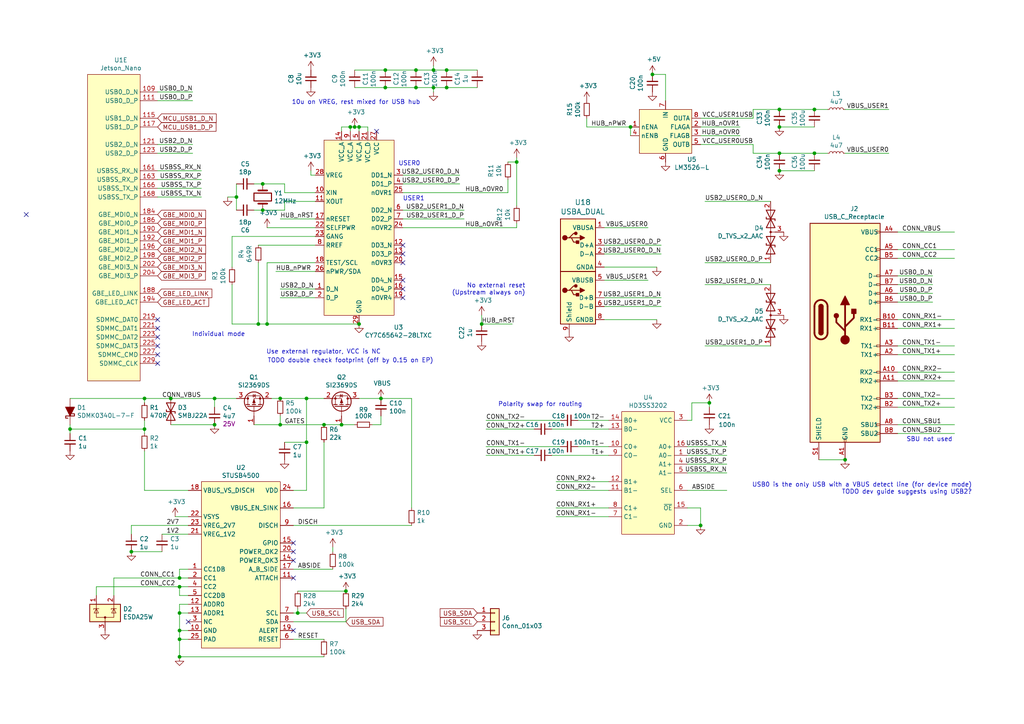
<source format=kicad_sch>
(kicad_sch (version 20200714) (host eeschema "5.99.0-unknown-6296b4e~102~ubuntu18.04.1")
  (page 4 6)
  (paper "A4")
  (junction (at 20.32 124.46))
  (junction (at 38.1 160.02))
  (junction (at 41.91 115.57))
  (junction (at 41.91 124.46))
  (junction (at 49.53 115.57))
  (junction (at 52.07 167.64))
  (junction (at 52.07 170.18))
  (junction (at 52.07 177.8))
  (junction (at 52.07 182.88))
  (junction (at 52.07 185.42))
  (junction (at 52.07 190.5))
  (junction (at 62.23 115.57))
  (junction (at 62.23 123.19))
  (junction (at 68.58 57.15))
  (junction (at 74.93 93.98))
  (junction (at 76.2 53.34))
  (junction (at 76.2 60.96))
  (junction (at 77.47 93.98))
  (junction (at 81.28 115.57))
  (junction (at 81.28 123.19))
  (junction (at 86.36 177.8))
  (junction (at 88.9 115.57))
  (junction (at 88.9 128.27))
  (junction (at 93.98 123.19))
  (junction (at 99.06 123.19))
  (junction (at 100.33 171.45))
  (junction (at 101.6 36.83))
  (junction (at 102.87 36.83))
  (junction (at 104.14 36.83))
  (junction (at 104.14 93.98))
  (junction (at 110.49 115.57))
  (junction (at 111.76 20.32))
  (junction (at 111.76 25.4))
  (junction (at 120.65 20.32))
  (junction (at 120.65 25.4))
  (junction (at 125.73 20.32))
  (junction (at 125.73 25.4))
  (junction (at 129.54 20.32))
  (junction (at 129.54 25.4))
  (junction (at 139.7 93.98))
  (junction (at 149.86 46.99))
  (junction (at 182.88 36.83))
  (junction (at 189.23 21.59))
  (junction (at 203.2 152.4))
  (junction (at 205.74 116.84))
  (junction (at 226.06 31.75))
  (junction (at 226.06 36.83))
  (junction (at 226.06 44.45))
  (junction (at 226.06 49.53))
  (junction (at 236.22 31.75))
  (junction (at 236.22 44.45))
  (junction (at 245.11 133.35))
  (no_connect (at 45.72 97.79))
  (no_connect (at 85.09 167.64))
  (no_connect (at 109.22 38.1))
  (no_connect (at 85.09 162.56))
  (no_connect (at 85.09 157.48))
  (no_connect (at 116.84 83.82))
  (no_connect (at 116.84 81.28))
  (no_connect (at 45.72 92.71))
  (no_connect (at 45.72 102.87))
  (no_connect (at 116.84 76.2))
  (no_connect (at 116.84 73.66))
  (no_connect (at 45.72 105.41))
  (no_connect (at 116.84 71.12))
  (no_connect (at 54.61 180.34))
  (no_connect (at 116.84 86.36))
  (no_connect (at 85.09 160.02))
  (no_connect (at 45.72 95.25))
  (no_connect (at 85.09 182.88))
  (no_connect (at 7.62 62.23))
  (no_connect (at 45.72 100.33))
  (wire (pts (xy 20.32 123.19) (xy 20.32 124.46)))
  (wire (pts (xy 20.32 124.46) (xy 20.32 125.73)))
  (wire (pts (xy 27.94 170.18) (xy 27.94 172.72)))
  (wire (pts (xy 33.02 167.64) (xy 33.02 172.72)))
  (wire (pts (xy 33.02 167.64) (xy 52.07 167.64)))
  (wire (pts (xy 38.1 152.4) (xy 38.1 154.94)))
  (wire (pts (xy 41.91 115.57) (xy 20.32 115.57)))
  (wire (pts (xy 41.91 115.57) (xy 41.91 116.84)))
  (wire (pts (xy 41.91 121.92) (xy 41.91 124.46)))
  (wire (pts (xy 41.91 124.46) (xy 20.32 124.46)))
  (wire (pts (xy 41.91 124.46) (xy 41.91 125.73)))
  (wire (pts (xy 41.91 130.81) (xy 41.91 142.24)))
  (wire (pts (xy 41.91 142.24) (xy 54.61 142.24)))
  (wire (pts (xy 45.72 26.67) (xy 55.88 26.67)))
  (wire (pts (xy 45.72 29.21) (xy 55.88 29.21)))
  (wire (pts (xy 45.72 41.91) (xy 55.88 41.91)))
  (wire (pts (xy 45.72 44.45) (xy 55.88 44.45)))
  (wire (pts (xy 45.72 49.53) (xy 58.42 49.53)))
  (wire (pts (xy 45.72 52.07) (xy 58.42 52.07)))
  (wire (pts (xy 45.72 54.61) (xy 58.42 54.61)))
  (wire (pts (xy 45.72 57.15) (xy 58.42 57.15)))
  (wire (pts (xy 46.99 160.02) (xy 38.1 160.02)))
  (wire (pts (xy 49.53 115.57) (xy 41.91 115.57)))
  (wire (pts (xy 49.53 115.57) (xy 62.23 115.57)))
  (wire (pts (xy 49.53 123.19) (xy 62.23 123.19)))
  (wire (pts (xy 50.8 149.86) (xy 54.61 149.86)))
  (wire (pts (xy 52.07 165.1) (xy 52.07 167.64)))
  (wire (pts (xy 52.07 167.64) (xy 54.61 167.64)))
  (wire (pts (xy 52.07 170.18) (xy 27.94 170.18)))
  (wire (pts (xy 52.07 170.18) (xy 52.07 172.72)))
  (wire (pts (xy 52.07 172.72) (xy 54.61 172.72)))
  (wire (pts (xy 52.07 175.26) (xy 52.07 177.8)))
  (wire (pts (xy 52.07 177.8) (xy 52.07 182.88)))
  (wire (pts (xy 52.07 182.88) (xy 52.07 185.42)))
  (wire (pts (xy 52.07 185.42) (xy 52.07 190.5)))
  (wire (pts (xy 52.07 190.5) (xy 93.98 190.5)))
  (wire (pts (xy 54.61 152.4) (xy 38.1 152.4)))
  (wire (pts (xy 54.61 154.94) (xy 46.99 154.94)))
  (wire (pts (xy 54.61 165.1) (xy 52.07 165.1)))
  (wire (pts (xy 54.61 170.18) (xy 52.07 170.18)))
  (wire (pts (xy 54.61 175.26) (xy 52.07 175.26)))
  (wire (pts (xy 54.61 177.8) (xy 52.07 177.8)))
  (wire (pts (xy 54.61 182.88) (xy 52.07 182.88)))
  (wire (pts (xy 54.61 185.42) (xy 52.07 185.42)))
  (wire (pts (xy 62.23 115.57) (xy 68.58 115.57)))
  (wire (pts (xy 62.23 118.11) (xy 62.23 115.57)))
  (wire (pts (xy 66.04 57.15) (xy 68.58 57.15)))
  (wire (pts (xy 67.31 68.58) (xy 67.31 77.47)))
  (wire (pts (xy 67.31 82.55) (xy 67.31 93.98)))
  (wire (pts (xy 67.31 93.98) (xy 74.93 93.98)))
  (wire (pts (xy 68.58 53.34) (xy 68.58 57.15)))
  (wire (pts (xy 68.58 57.15) (xy 68.58 60.96)))
  (wire (pts (xy 73.66 53.34) (xy 76.2 53.34)))
  (wire (pts (xy 73.66 60.96) (xy 76.2 60.96)))
  (wire (pts (xy 73.66 123.19) (xy 81.28 123.19)))
  (wire (pts (xy 74.93 71.12) (xy 91.44 71.12)))
  (wire (pts (xy 74.93 76.2) (xy 74.93 93.98)))
  (wire (pts (xy 74.93 93.98) (xy 77.47 93.98)))
  (wire (pts (xy 77.47 66.04) (xy 91.44 66.04)))
  (wire (pts (xy 77.47 76.2) (xy 77.47 93.98)))
  (wire (pts (xy 78.74 115.57) (xy 81.28 115.57)))
  (wire (pts (xy 80.01 78.74) (xy 91.44 78.74)))
  (wire (pts (xy 81.28 63.5) (xy 91.44 63.5)))
  (wire (pts (xy 81.28 83.82) (xy 91.44 83.82)))
  (wire (pts (xy 81.28 86.36) (xy 91.44 86.36)))
  (wire (pts (xy 81.28 115.57) (xy 88.9 115.57)))
  (wire (pts (xy 81.28 123.19) (xy 81.28 120.65)))
  (wire (pts (xy 81.28 123.19) (xy 93.98 123.19)))
  (wire (pts (xy 82.55 53.34) (xy 76.2 53.34)))
  (wire (pts (xy 82.55 55.88) (xy 82.55 53.34)))
  (wire (pts (xy 82.55 58.42) (xy 82.55 60.96)))
  (wire (pts (xy 82.55 60.96) (xy 76.2 60.96)))
  (wire (pts (xy 82.55 128.27) (xy 88.9 128.27)))
  (wire (pts (xy 85.09 142.24) (xy 88.9 142.24)))
  (wire (pts (xy 85.09 147.32) (xy 93.98 147.32)))
  (wire (pts (xy 85.09 165.1) (xy 96.52 165.1)))
  (wire (pts (xy 85.09 177.8) (xy 86.36 177.8)))
  (wire (pts (xy 85.09 180.34) (xy 100.33 180.34)))
  (wire (pts (xy 86.36 171.45) (xy 100.33 171.45)))
  (wire (pts (xy 86.36 177.8) (xy 86.36 176.53)))
  (wire (pts (xy 86.36 177.8) (xy 88.9 177.8)))
  (wire (pts (xy 88.9 115.57) (xy 93.98 115.57)))
  (wire (pts (xy 88.9 128.27) (xy 88.9 115.57)))
  (wire (pts (xy 88.9 142.24) (xy 88.9 128.27)))
  (wire (pts (xy 90.17 50.8) (xy 90.17 49.53)))
  (wire (pts (xy 91.44 50.8) (xy 90.17 50.8)))
  (wire (pts (xy 91.44 55.88) (xy 82.55 55.88)))
  (wire (pts (xy 91.44 58.42) (xy 82.55 58.42)))
  (wire (pts (xy 91.44 68.58) (xy 67.31 68.58)))
  (wire (pts (xy 91.44 76.2) (xy 77.47 76.2)))
  (wire (pts (xy 93.98 123.19) (xy 99.06 123.19)))
  (wire (pts (xy 93.98 147.32) (xy 93.98 128.27)))
  (wire (pts (xy 93.98 185.42) (xy 85.09 185.42)))
  (wire (pts (xy 96.52 160.02) (xy 96.52 158.75)))
  (wire (pts (xy 99.06 36.83) (xy 99.06 38.1)))
  (wire (pts (xy 99.06 123.19) (xy 102.87 123.19)))
  (wire (pts (xy 100.33 180.34) (xy 100.33 176.53)))
  (wire (pts (xy 101.6 36.83) (xy 99.06 36.83)))
  (wire (pts (xy 101.6 36.83) (xy 101.6 38.1)))
  (wire (pts (xy 102.87 20.32) (xy 111.76 20.32)))
  (wire (pts (xy 102.87 25.4) (xy 111.76 25.4)))
  (wire (pts (xy 102.87 36.83) (xy 101.6 36.83)))
  (wire (pts (xy 104.14 36.83) (xy 102.87 36.83)))
  (wire (pts (xy 104.14 36.83) (xy 106.68 36.83)))
  (wire (pts (xy 104.14 38.1) (xy 104.14 36.83)))
  (wire (pts (xy 104.14 93.98) (xy 77.47 93.98)))
  (wire (pts (xy 106.68 36.83) (xy 106.68 38.1)))
  (wire (pts (xy 107.95 123.19) (xy 110.49 123.19)))
  (wire (pts (xy 110.49 115.57) (xy 104.14 115.57)))
  (wire (pts (xy 110.49 115.57) (xy 119.38 115.57)))
  (wire (pts (xy 110.49 123.19) (xy 110.49 120.65)))
  (wire (pts (xy 111.76 20.32) (xy 120.65 20.32)))
  (wire (pts (xy 111.76 25.4) (xy 120.65 25.4)))
  (wire (pts (xy 116.84 50.8) (xy 133.35 50.8)))
  (wire (pts (xy 116.84 53.34) (xy 133.35 53.34)))
  (wire (pts (xy 116.84 55.88) (xy 147.32 55.88)))
  (wire (pts (xy 116.84 60.96) (xy 134.62 60.96)))
  (wire (pts (xy 116.84 63.5) (xy 134.62 63.5)))
  (wire (pts (xy 116.84 66.04) (xy 149.86 66.04)))
  (wire (pts (xy 119.38 115.57) (xy 119.38 147.32)))
  (wire (pts (xy 119.38 152.4) (xy 85.09 152.4)))
  (wire (pts (xy 120.65 20.32) (xy 125.73 20.32)))
  (wire (pts (xy 120.65 25.4) (xy 125.73 25.4)))
  (wire (pts (xy 125.73 19.05) (xy 125.73 20.32)))
  (wire (pts (xy 125.73 20.32) (xy 129.54 20.32)))
  (wire (pts (xy 125.73 25.4) (xy 125.73 26.67)))
  (wire (pts (xy 125.73 25.4) (xy 129.54 25.4)))
  (wire (pts (xy 129.54 20.32) (xy 138.43 20.32)))
  (wire (pts (xy 129.54 25.4) (xy 138.43 25.4)))
  (wire (pts (xy 139.7 91.44) (xy 139.7 93.98)))
  (wire (pts (xy 139.7 93.98) (xy 148.59 93.98)))
  (wire (pts (xy 140.97 132.08) (xy 154.94 132.08)))
  (wire (pts (xy 147.32 55.88) (xy 147.32 52.07)))
  (wire (pts (xy 149.86 45.72) (xy 149.86 46.99)))
  (wire (pts (xy 149.86 46.99) (xy 147.32 46.99)))
  (wire (pts (xy 149.86 59.69) (xy 149.86 46.99)))
  (wire (pts (xy 149.86 64.77) (xy 149.86 66.04)))
  (wire (pts (xy 154.94 124.46) (xy 140.97 124.46)))
  (wire (pts (xy 160.02 124.46) (xy 176.53 124.46)))
  (wire (pts (xy 160.02 132.08) (xy 176.53 132.08)))
  (wire (pts (xy 162.56 121.92) (xy 140.97 121.92)))
  (wire (pts (xy 162.56 129.54) (xy 140.97 129.54)))
  (wire (pts (xy 167.64 121.92) (xy 176.53 121.92)))
  (wire (pts (xy 167.64 129.54) (xy 176.53 129.54)))
  (wire (pts (xy 170.18 36.83) (xy 170.18 34.29)))
  (wire (pts (xy 170.18 36.83) (xy 182.88 36.83)))
  (wire (pts (xy 175.26 66.04) (xy 187.96 66.04)))
  (wire (pts (xy 175.26 71.12) (xy 191.77 71.12)))
  (wire (pts (xy 175.26 73.66) (xy 191.77 73.66)))
  (wire (pts (xy 175.26 77.47) (xy 190.5 77.47)))
  (wire (pts (xy 175.26 81.28) (xy 187.96 81.28)))
  (wire (pts (xy 175.26 86.36) (xy 191.77 86.36)))
  (wire (pts (xy 175.26 88.9) (xy 191.77 88.9)))
  (wire (pts (xy 175.26 92.71) (xy 190.5 92.71)))
  (wire (pts (xy 176.53 139.7) (xy 161.29 139.7)))
  (wire (pts (xy 176.53 142.24) (xy 161.29 142.24)))
  (wire (pts (xy 176.53 147.32) (xy 161.29 147.32)))
  (wire (pts (xy 176.53 149.86) (xy 161.29 149.86)))
  (wire (pts (xy 182.88 36.83) (xy 182.88 39.37)))
  (wire (pts (xy 189.23 21.59) (xy 193.04 21.59)))
  (wire (pts (xy 193.04 21.59) (xy 193.04 29.21)))
  (wire (pts (xy 199.39 121.92) (xy 200.66 121.92)))
  (wire (pts (xy 199.39 129.54) (xy 210.82 129.54)))
  (wire (pts (xy 199.39 132.08) (xy 210.82 132.08)))
  (wire (pts (xy 199.39 134.62) (xy 210.82 134.62)))
  (wire (pts (xy 199.39 137.16) (xy 210.82 137.16)))
  (wire (pts (xy 199.39 142.24) (xy 210.82 142.24)))
  (wire (pts (xy 199.39 147.32) (xy 203.2 147.32)))
  (wire (pts (xy 200.66 116.84) (xy 205.74 116.84)))
  (wire (pts (xy 200.66 121.92) (xy 200.66 116.84)))
  (wire (pts (xy 203.2 34.29) (xy 218.44 34.29)))
  (wire (pts (xy 203.2 36.83) (xy 214.63 36.83)))
  (wire (pts (xy 203.2 39.37) (xy 214.63 39.37)))
  (wire (pts (xy 203.2 41.91) (xy 218.44 41.91)))
  (wire (pts (xy 203.2 147.32) (xy 203.2 152.4)))
  (wire (pts (xy 203.2 152.4) (xy 199.39 152.4)))
  (wire (pts (xy 204.47 58.42) (xy 223.52 58.42)))
  (wire (pts (xy 204.47 76.2) (xy 223.52 76.2)))
  (wire (pts (xy 204.47 82.55) (xy 223.52 82.55)))
  (wire (pts (xy 204.47 100.33) (xy 223.52 100.33)))
  (wire (pts (xy 205.74 118.11) (xy 205.74 116.84)))
  (wire (pts (xy 218.44 31.75) (xy 226.06 31.75)))
  (wire (pts (xy 218.44 34.29) (xy 218.44 31.75)))
  (wire (pts (xy 218.44 41.91) (xy 218.44 44.45)))
  (wire (pts (xy 218.44 44.45) (xy 226.06 44.45)))
  (wire (pts (xy 226.06 31.75) (xy 236.22 31.75)))
  (wire (pts (xy 226.06 36.83) (xy 236.22 36.83)))
  (wire (pts (xy 226.06 44.45) (xy 236.22 44.45)))
  (wire (pts (xy 226.06 49.53) (xy 236.22 49.53)))
  (wire (pts (xy 236.22 31.75) (xy 240.03 31.75)))
  (wire (pts (xy 236.22 44.45) (xy 240.03 44.45)))
  (wire (pts (xy 237.49 133.35) (xy 245.11 133.35)))
  (wire (pts (xy 245.11 31.75) (xy 257.81 31.75)))
  (wire (pts (xy 245.11 44.45) (xy 257.81 44.45)))
  (wire (pts (xy 260.35 67.31) (xy 276.86 67.31)))
  (wire (pts (xy 260.35 72.39) (xy 276.86 72.39)))
  (wire (pts (xy 260.35 74.93) (xy 276.86 74.93)))
  (wire (pts (xy 260.35 80.01) (xy 270.51 80.01)))
  (wire (pts (xy 260.35 82.55) (xy 270.51 82.55)))
  (wire (pts (xy 260.35 85.09) (xy 270.51 85.09)))
  (wire (pts (xy 260.35 87.63) (xy 270.51 87.63)))
  (wire (pts (xy 260.35 92.71) (xy 276.86 92.71)))
  (wire (pts (xy 260.35 95.25) (xy 276.86 95.25)))
  (wire (pts (xy 260.35 100.33) (xy 276.86 100.33)))
  (wire (pts (xy 260.35 102.87) (xy 276.86 102.87)))
  (wire (pts (xy 260.35 107.95) (xy 276.86 107.95)))
  (wire (pts (xy 260.35 110.49) (xy 276.86 110.49)))
  (wire (pts (xy 260.35 115.57) (xy 276.86 115.57)))
  (wire (pts (xy 260.35 118.11) (xy 276.86 118.11)))
  (wire (pts (xy 260.35 123.19) (xy 276.86 123.19)))
  (wire (pts (xy 260.35 125.73) (xy 276.86 125.73)))
  (text "Individual mode" (at 71.12 97.79 180) (effects (font (size 1.27 1.27)) (justify right bottom)))
  (text "Use external regulator, VCC is NC" (at 110.49 102.87 180) (effects (font (size 1.27 1.27)) (justify right bottom)))
  (text "10u on VREG, rest mixed for USB hub" (at 121.92 30.48 180) (effects (font (size 1.27 1.27)) (justify right bottom)))
  (text "USER0" (at 121.92 48.26 180) (effects (font (size 1.27 1.27)) (justify right bottom)))
  (text "USER1" (at 123.19 58.42 180) (effects (font (size 1.27 1.27)) (justify right bottom)))
  (text "TODO double check footprint (off by 0.15 on EP)" (at 125.73 105.41 180) (effects (font (size 1.27 1.27)) (justify right bottom)))
  (text "No external reset\n(Upstream always on)" (at 152.4 85.725 180) (effects (font (size 1.27 1.27)) (justify right bottom)))
  (text "Polarity swap for routing" (at 168.91 118.11 180) (effects (font (size 1.27 1.27)) (justify right bottom)))
  (text "SBU not used" (at 262.89 128.27 0) (effects (font (size 1.27 1.27)) (justify left bottom)))
  (text "USB0 is the only USB with a VBUS detect line (for device mode)\nTODO dev guide suggests using USB2?" (at 281.94 143.51 0) (effects (font (size 1.27 1.27)) (justify right bottom)))
  (label "CONN_CC1" (at 40.64 167.64 0))
  (label "CONN_CC2" (at 40.64 170.18 0))
  (label "CONN_VBUS" (at 46.99 115.57 0))
  (label "2V7" (at 48.26 152.4 0))
  (label "1V2" (at 48.26 154.94 0))
  (label "USB0_D_N" (at 55.88 26.67 180))
  (label "USB0_D_P" (at 55.88 29.21 180))
  (label "USB2_D_N" (at 55.88 41.91 180))
  (label "USB2_D_P" (at 55.88 44.45 180))
  (label "USBSS_RX_N" (at 58.42 49.53 180))
  (label "USBSS_RX_P" (at 58.42 52.07 180))
  (label "USBSS_TX_P" (at 58.42 54.61 180))
  (label "USBSS_TX_N" (at 58.42 57.15 180))
  (label "HUB_nPWR" (at 80.01 78.74 0))
  (label "HUB_nRST" (at 81.28 63.5 0))
  (label "USB2_D_N" (at 81.28 83.82 0))
  (label "USB2_D_P" (at 81.28 86.36 0))
  (label "GATES" (at 82.55 123.19 0))
  (label "DISCH" (at 86.36 152.4 0))
  (label "ABSIDE" (at 86.36 165.1 0))
  (label "RESET" (at 86.36 185.42 0))
  (label "USB2_USER0_D_N" (at 133.35 50.8 180))
  (label "USB2_USER0_D_P" (at 133.35 53.34 180))
  (label "USB2_USER1_D_N" (at 134.62 60.96 180))
  (label "USB2_USER1_D_P" (at 134.62 63.5 180))
  (label "HUB_nRST" (at 139.7 93.98 0))
  (label "CONN_TX2-" (at 140.97 121.92 0))
  (label "CONN_TX2+" (at 140.97 124.46 0))
  (label "CONN_TX1-" (at 140.97 129.54 0))
  (label "CONN_TX1+" (at 140.97 132.08 0))
  (label "HUB_nOVR0" (at 146.05 55.88 180))
  (label "HUB_nOVR1" (at 146.05 66.04 180))
  (label "CONN_RX2+" (at 161.29 139.7 0))
  (label "CONN_RX2-" (at 161.29 142.24 0))
  (label "CONN_RX1+" (at 161.29 147.32 0))
  (label "CONN_RX1-" (at 161.29 149.86 0))
  (label "HUB_nPWR" (at 171.45 36.83 0))
  (label "T2-" (at 171.45 121.92 0))
  (label "T2+" (at 171.45 124.46 0))
  (label "T1-" (at 171.45 129.54 0))
  (label "T1+" (at 171.45 132.08 0))
  (label "VBUS_USER0" (at 187.96 66.04 180))
  (label "VBUS_USER1" (at 187.96 81.28 180))
  (label "USB2_USER0_D_P" (at 191.77 71.12 180))
  (label "USB2_USER0_D_N" (at 191.77 73.66 180))
  (label "USB2_USER1_D_N" (at 191.77 86.36 180))
  (label "USB2_USER1_D_P" (at 191.77 88.9 180))
  (label "ABSIDE" (at 200.66 142.24 0))
  (label "USB2_USER0_D_N" (at 204.47 58.42 0))
  (label "USB2_USER0_D_P" (at 204.47 76.2 0))
  (label "USB2_USER1_D_N" (at 204.47 82.55 0))
  (label "USB2_USER1_D_P" (at 204.47 100.33 0))
  (label "USBSS_TX_N" (at 210.82 129.54 180))
  (label "USBSS_TX_P" (at 210.82 132.08 180))
  (label "USBSS_RX_P" (at 210.82 134.62 180))
  (label "USBSS_RX_N" (at 210.82 137.16 180))
  (label "HUB_nOVR1" (at 214.63 36.83 180))
  (label "HUB_nOVR0" (at 214.63 39.37 180))
  (label "VCC_USER1USB" (at 218.44 34.29 180))
  (label "VCC_USER0USB" (at 218.44 41.91 180))
  (label "VBUS_USER1" (at 257.81 31.75 180))
  (label "VBUS_USER0" (at 257.81 44.45 180))
  (label "CONN_VBUS" (at 261.62 67.31 0))
  (label "CONN_CC1" (at 261.62 72.39 0))
  (label "CONN_CC2" (at 261.62 74.93 0))
  (label "CONN_RX1-" (at 261.62 92.71 0))
  (label "CONN_RX1+" (at 261.62 95.25 0))
  (label "CONN_TX1-" (at 261.62 100.33 0))
  (label "CONN_TX1+" (at 261.62 102.87 0))
  (label "CONN_RX2-" (at 261.62 107.95 0))
  (label "CONN_RX2+" (at 261.62 110.49 0))
  (label "CONN_TX2-" (at 261.62 115.57 0))
  (label "CONN_TX2+" (at 261.62 118.11 0))
  (label "CONN_SBU1" (at 261.62 123.19 0))
  (label "CONN_SBU2" (at 261.62 125.73 0))
  (label "USB0_D_N" (at 270.51 80.01 180))
  (label "USB0_D_N" (at 270.51 82.55 180))
  (label "USB0_D_P" (at 270.51 85.09 180))
  (label "USB0_D_P" (at 270.51 87.63 180))
  (global_label "MCU_USB1_D_N" (shape input) (at 45.72 34.29 0))
  (global_label "MCU_USB1_D_P" (shape input) (at 45.72 36.83 0))
  (global_label "GBE_MDI0_N" (shape input) (at 45.72 62.23 0))
  (global_label "GBE_MDI0_P" (shape input) (at 45.72 64.77 0))
  (global_label "GBE_MDI1_N" (shape input) (at 45.72 67.31 0))
  (global_label "GBE_MDI1_P" (shape input) (at 45.72 69.85 0))
  (global_label "GBE_MDI2_N" (shape input) (at 45.72 72.39 0))
  (global_label "GBE_MDI2_P" (shape input) (at 45.72 74.93 0))
  (global_label "GBE_MDI3_N" (shape input) (at 45.72 77.47 0))
  (global_label "GBE_MDI3_P" (shape input) (at 45.72 80.01 0))
  (global_label "GBE_LED_LINK" (shape input) (at 45.72 85.09 0))
  (global_label "GBE_LED_ACT" (shape input) (at 45.72 87.63 0))
  (global_label "USB_SCL" (shape input) (at 88.9 177.8 0))
  (global_label "USB_SDA" (shape input) (at 100.33 180.34 0))
  (global_label "USB_SDA" (shape input) (at 138.43 177.8 180))
  (global_label "USB_SCL" (shape input) (at 138.43 180.34 180))
  (symbol (lib_name "Device:L_Small_1") (lib_id "Device:L_Small") (at 242.57 31.75 90) (unit 1)
    (property "Reference" "L3" (at 242.57 27.1526 90))
    (property "Value" "4u7" (at 242.57 29.464 90))
    (property "Footprint" "Inductor_SMD:L_0805_2012Metric" (effects hide))
    (property "D1N" "Digikey" (effects hide))
    (property "D1PN" "490-12073-1-ND" (effects hide))
    (property "MFN" "Murata" (effects hide))
    (property "MPN" "LQM2MPN4R7MG0L" (effects hide))
  )
  (symbol (lib_id "Device:L_Small") (at 242.57 44.45 90) (unit 1)
    (property "Reference" "L4" (at 242.57 39.8526 90))
    (property "Value" "4u7" (at 242.57 42.164 90))
    (property "Footprint" "Inductor_SMD:L_0805_2012Metric" (effects hide))
    (property "D1N" "Digikey" (effects hide))
    (property "D1PN" "490-12073-1-ND" (effects hide))
    (property "MFN" "Murata" (effects hide))
    (property "MPN" "LQM2MPN4R7MG0L" (effects hide))
  )
  (symbol (lib_id "power:+3.3V") (at 50.8 149.86 0) (unit 1)
    (property "Reference" "#PWR0104" (effects hide))
    (property "Value" "+3.3V" (at 51.181 145.542 0))
  )
  (symbol (lib_id "power:+3.3V") (at 77.47 66.04 0) (unit 1)
    (property "Reference" "#PWR0115" (effects hide))
    (property "Value" "+3.3V" (at 77.851 61.722 0))
  )
  (symbol (lib_id "power:+3.3V") (at 90.17 20.32 0) (unit 1)
    (property "Reference" "#PWR0113" (effects hide))
    (property "Value" "+3.3V" (at 90.551 16.002 0))
  )
  (symbol (lib_id "power:+3.3V") (at 90.17 49.53 0) (unit 1)
    (property "Reference" "#PWR0111" (effects hide))
    (property "Value" "+3.3V" (at 90.551 45.212 0))
  )
  (symbol (lib_id "power:+3.3V") (at 96.52 158.75 0) (unit 1)
    (property "Reference" "#PWR0117" (effects hide))
    (property "Value" "+3.3V" (at 96.901 154.432 0))
  )
  (symbol (lib_id "power:+3.3V") (at 100.33 171.45 0) (unit 1)
    (property "Reference" "#PWR0233" (effects hide))
    (property "Value" "+3.3V" (at 100.711 167.132 0))
  )
  (symbol (lib_id "power:+3.3V") (at 102.87 36.83 0) (unit 1)
    (property "Reference" "#PWR0107" (effects hide))
    (property "Value" "+3.3V" (at 103.251 32.512 0))
  )
  (symbol (lib_id "power:VBUS") (at 110.49 115.57 0) (unit 1)
    (property "Reference" "#PWR0108" (effects hide))
    (property "Value" "VBUS" (at 110.871 111.1758 0))
  )
  (symbol (lib_id "power:+3.3V") (at 125.73 19.05 0) (unit 1)
    (property "Reference" "#PWR0112" (effects hide))
    (property "Value" "+3.3V" (at 126.111 14.732 0))
  )
  (symbol (lib_id "power:+3.3V") (at 139.7 91.44 0) (unit 1)
    (property "Reference" "#PWR0123" (effects hide))
    (property "Value" "+3.3V" (at 140.081 87.122 0))
  )
  (symbol (lib_id "power:+3.3V") (at 149.86 45.72 0) (unit 1)
    (property "Reference" "#PWR0119" (effects hide))
    (property "Value" "+3.3V" (at 150.241 41.402 0))
  )
  (symbol (lib_id "power:+3.3V") (at 170.18 29.21 0) (unit 1)
    (property "Reference" "#PWR0120" (effects hide))
    (property "Value" "+3.3V" (at 170.561 24.892 0))
  )
  (symbol (lib_id "power:+5V") (at 189.23 21.59 0) (unit 1)
    (property "Reference" "#PWR0121" (effects hide))
    (property "Value" "+5V" (at 189.611 17.1958 0))
  )
  (symbol (lib_id "power:+3.3V") (at 205.74 116.84 0) (unit 1)
    (property "Reference" "#PWR0127" (effects hide))
    (property "Value" "+3.3V" (at 206.121 112.522 0))
  )
  (symbol (lib_id "power:GND") (at 20.32 130.81 0) (unit 1)
    (property "Reference" "#PWR0254" (effects hide))
    (property "Value" "GND" (effects hide))
  )
  (symbol (lib_id "power:GND") (at 30.48 182.88 0) (unit 1)
    (property "Reference" "#PWR0253" (effects hide))
    (property "Value" "GND" (effects hide))
  )
  (symbol (lib_id "power:GND") (at 38.1 160.02 0) (unit 1)
    (property "Reference" "#PWR0106" (effects hide))
    (property "Value" "GND" (effects hide))
  )
  (symbol (lib_id "power:GND") (at 52.07 190.5 0) (unit 1)
    (property "Reference" "#PWR0103" (effects hide))
    (property "Value" "GND" (effects hide))
  )
  (symbol (lib_id "power:GND") (at 62.23 123.19 0) (unit 1)
    (property "Reference" "#PWR0180" (effects hide))
    (property "Value" "GND" (effects hide))
  )
  (symbol (lib_id "power:GND") (at 66.04 57.15 0) (unit 1)
    (property "Reference" "#PWR0116" (effects hide))
    (property "Value" "GND" (effects hide))
  )
  (symbol (lib_id "power:GND") (at 82.55 133.35 0) (unit 1)
    (property "Reference" "#PWR0109" (effects hide))
    (property "Value" "GND" (effects hide))
  )
  (symbol (lib_id "power:GND") (at 90.17 25.4 0) (unit 1)
    (property "Reference" "#PWR0114" (effects hide))
    (property "Value" "GND" (effects hide))
  )
  (symbol (lib_id "power:GND") (at 104.14 93.98 0) (unit 1)
    (property "Reference" "#PWR0105" (effects hide))
    (property "Value" "GND" (effects hide))
  )
  (symbol (lib_id "power:GND") (at 125.73 26.67 0) (unit 1)
    (property "Reference" "#PWR0118" (effects hide))
    (property "Value" "GND" (effects hide))
  )
  (symbol (lib_id "power:GND") (at 138.43 182.88 0) (unit 1)
    (property "Reference" "#PWR0221" (effects hide))
    (property "Value" "GND" (effects hide))
  )
  (symbol (lib_id "power:GND") (at 139.7 99.06 0) (unit 1)
    (property "Reference" "#PWR0128" (effects hide))
    (property "Value" "GND" (effects hide))
  )
  (symbol (lib_id "power:GND") (at 165.1 96.52 0) (unit 1)
    (property "Reference" "#PWR0204" (effects hide))
    (property "Value" "GND" (effects hide))
  )
  (symbol (lib_id "power:GND") (at 189.23 26.67 0) (unit 1)
    (property "Reference" "#PWR0122" (effects hide))
    (property "Value" "GND" (effects hide))
  )
  (symbol (lib_id "power:GND") (at 190.5 77.47 0) (unit 1)
    (property "Reference" "#PWR0202" (effects hide))
    (property "Value" "GND" (effects hide))
  )
  (symbol (lib_id "power:GND") (at 190.5 92.71 0) (unit 1)
    (property "Reference" "#PWR0201" (effects hide))
    (property "Value" "GND" (effects hide))
  )
  (symbol (lib_id "power:GND") (at 193.04 46.99 0) (unit 1)
    (property "Reference" "#PWR0124" (effects hide))
    (property "Value" "GND" (effects hide))
  )
  (symbol (lib_id "power:GND") (at 203.2 152.4 0) (unit 1)
    (property "Reference" "#PWR0110" (effects hide))
    (property "Value" "GND" (effects hide))
  )
  (symbol (lib_id "power:GND") (at 205.74 123.19 0) (unit 1)
    (property "Reference" "#PWR0250" (effects hide))
    (property "Value" "GND" (effects hide))
  )
  (symbol (lib_id "power:GND") (at 226.06 36.83 0) (unit 1)
    (property "Reference" "#PWR0200" (effects hide))
    (property "Value" "GND" (effects hide))
  )
  (symbol (lib_id "power:GND") (at 226.06 49.53 0) (unit 1)
    (property "Reference" "#PWR0193" (effects hide))
    (property "Value" "GND" (effects hide))
  )
  (symbol (lib_id "power:GND") (at 227.33 67.31 0) (unit 1)
    (property "Reference" "#PWR0205" (effects hide))
    (property "Value" "GND" (effects hide))
  )
  (symbol (lib_id "power:GND") (at 227.33 91.44 0) (unit 1)
    (property "Reference" "#PWR0206" (effects hide))
    (property "Value" "GND" (effects hide))
  )
  (symbol (lib_id "power:GND") (at 245.11 133.35 0) (unit 1)
    (property "Reference" "#PWR0125" (effects hide))
    (property "Value" "GND" (effects hide))
  )
  (symbol (lib_id "Device:R_Small") (at 41.91 119.38 0) (unit 1)
    (property "Reference" "R1" (at 43.4086 118.2116 0) (effects (justify left)))
    (property "Value" "470R" (at 43.4086 120.523 0) (effects (justify left)))
    (property "Footprint" "Resistor_SMD:R_0402_1005Metric" (effects hide))
    (property "D1N" "Digikey" (effects hide))
    (property "D1PN" "P470LCT-ND" (effects hide))
    (property "MFN" "Panasonic" (effects hide))
    (property "MPN" "ERJ-2RKF4700X" (effects hide))
  )
  (symbol (lib_id "Device:R_Small") (at 41.91 128.27 0) (unit 1)
    (property "Reference" "R2" (at 43.4086 127.1016 0) (effects (justify left)))
    (property "Value" "1k" (at 43.4086 129.413 0) (effects (justify left)))
    (property "Footprint" "Resistor_SMD:R_0402_1005Metric" (effects hide))
    (property "D1N" "Digikey" (effects hide))
    (property "D1PN" "P1.00KLCT-ND" (effects hide))
    (property "MFN" "Panasonic" (effects hide))
    (property "MPN" "ERJ-2RKF1001X" (effects hide))
  )
  (symbol (lib_id "Device:R_Small") (at 67.31 80.01 0) (unit 1)
    (property "Reference" "R3" (at 62.357 80.01 90))
    (property "Value" "100k" (at 64.6684 80.01 90))
    (property "Footprint" "Resistor_SMD:R_0402_1005Metric" (effects hide))
    (property "D1N" "Digikey" (effects hide))
    (property "D1PN" "P100KDECT-ND" (effects hide))
    (property "MFN" "Panasonic" (effects hide))
    (property "MPN" "ERA-2AED104X" (effects hide))
  )
  (symbol (lib_id "Device:R_Small") (at 74.93 73.66 0) (unit 1)
    (property "Reference" "R4" (at 69.977 73.66 90))
    (property "Value" "649R" (at 72.2884 73.66 90))
    (property "Footprint" "Resistor_SMD:R_0402_1005Metric" (effects hide))
    (property "D1N" "Digikey" (effects hide))
    (property "D1PN" "P649DCCT-ND" (effects hide))
    (property "MFN" "Panasonic" (effects hide))
    (property "MPN" "ERA-2AEB6490X" (effects hide))
  )
  (symbol (lib_id "Device:R_Small") (at 81.28 118.11 0) (unit 1)
    (property "Reference" "R5" (at 82.7786 116.9416 0) (effects (justify left)))
    (property "Value" "100k" (at 82.7786 119.253 0) (effects (justify left)))
    (property "Footprint" "Resistor_SMD:R_0402_1005Metric" (effects hide))
    (property "D1N" "Digikey" (effects hide))
    (property "D1PN" "P100KDECT-ND" (effects hide))
    (property "MFN" "Panasonic" (effects hide))
    (property "MPN" "ERA-2AED104X" (effects hide))
  )
  (symbol (lib_name "Device:R_Small_1") (lib_id "Device:R_Small") (at 86.36 173.99 0) (unit 1)
    (property "Reference" "R28" (at 87.8586 172.8216 0) (effects (justify left)))
    (property "Value" "2k4" (at 87.8586 175.133 0) (effects (justify left)))
    (property "Footprint" "Resistor_SMD:R_0402_1005Metric" (effects hide))
    (property "D1N" "Digikey" (effects hide))
    (property "D1PN" "P2.4KDECT-ND" (effects hide))
    (property "MFN" "Panasonic" (effects hide))
    (property "MPN" "ERA-2AED242X" (effects hide))
  )
  (symbol (lib_id "Device:R_Small") (at 93.98 125.73 0) (unit 1)
    (property "Reference" "R6" (at 95.4786 124.5616 0) (effects (justify left)))
    (property "Value" "22k" (at 95.4786 126.873 0) (effects (justify left)))
    (property "Footprint" "Resistor_SMD:R_0402_1005Metric" (effects hide))
    (property "D1N" "Digikey" (effects hide))
    (property "D1PN" "P22.0KLCT-ND" (effects hide))
    (property "MFN" "Panasonic" (effects hide))
    (property "MPN" "ERJ-2RKF2202X" (effects hide))
  )
  (symbol (lib_id "Device:R_Small") (at 93.98 187.96 0) (unit 1)
    (property "Reference" "R7" (at 95.4786 186.7916 0) (effects (justify left)))
    (property "Value" "100k" (at 95.4786 189.103 0) (effects (justify left)))
    (property "Footprint" "Resistor_SMD:R_0402_1005Metric" (effects hide))
    (property "D1N" "Digikey" (effects hide))
    (property "D1PN" "P100KDECT-ND" (effects hide))
    (property "MFN" "Panasonic" (effects hide))
    (property "MPN" "ERA-2AED104X" (effects hide))
  )
  (symbol (lib_id "Device:R_Small") (at 96.52 162.56 0) (unit 1)
    (property "Reference" "R8" (at 98.0186 161.3916 0) (effects (justify left)))
    (property "Value" "100k" (at 98.0186 163.703 0) (effects (justify left)))
    (property "Footprint" "Resistor_SMD:R_0402_1005Metric" (effects hide))
    (property "D1N" "Digikey" (effects hide))
    (property "D1PN" "P100KDECT-ND" (effects hide))
    (property "MFN" "Panasonic" (effects hide))
    (property "MPN" "ERA-2AED104X" (effects hide))
  )
  (symbol (lib_name "Device:R_Small_1") (lib_id "Device:R_Small") (at 100.33 173.99 0) (unit 1)
    (property "Reference" "R29" (at 101.8286 172.8216 0) (effects (justify left)))
    (property "Value" "2k4" (at 101.8286 175.133 0) (effects (justify left)))
    (property "Footprint" "Resistor_SMD:R_0402_1005Metric" (effects hide))
    (property "D1N" "Digikey" (effects hide))
    (property "D1PN" "P2.4KDECT-ND" (effects hide))
    (property "MFN" "Panasonic" (effects hide))
    (property "MPN" "ERA-2AED242X" (effects hide))
  )
  (symbol (lib_id "Device:R_Small") (at 105.41 123.19 270) (unit 1)
    (property "Reference" "R9" (at 105.41 118.11 90) (effects (justify top)))
    (property "Value" "100R" (at 105.41 120.65 90))
    (property "Footprint" "Resistor_SMD:R_0402_1005Metric" (effects hide))
    (property "D1N" "Digikey" (effects hide))
    (property "D1PN" "P100DECT-ND" (effects hide))
    (property "MFN" "Panasonic" (effects hide))
    (property "MPN" "ERA-2AED101X" (effects hide))
  )
  (symbol (lib_id "Device:R_Small") (at 119.38 149.86 0) (unit 1)
    (property "Reference" "R10" (at 120.8786 148.6916 0) (effects (justify left)))
    (property "Value" "1k" (at 120.8786 151.003 0) (effects (justify left)))
    (property "Footprint" "Resistor_SMD:R_0603_1608Metric" (effects hide))
    (property "D1N" "Digikey" (effects hide))
    (property "D1PN" "RHM1.0KDCT-ND" (effects hide))
    (property "MFN" "Rohm" (effects hide))
    (property "MPN" "ESR03EZPJ102" (effects hide))
  )
  (symbol (lib_id "Device:R_Small") (at 147.32 49.53 0) (unit 1)
    (property "Reference" "R11" (at 142.367 49.53 90))
    (property "Value" "10k" (at 144.6784 49.53 90))
    (property "Footprint" "Resistor_SMD:R_0402_1005Metric" (effects hide))
    (property "D1N" "Digikey" (effects hide))
    (property "D1PN" "P10KDECT-ND" (effects hide))
    (property "MFN" "Panasonic" (effects hide))
    (property "MPN" "ERA-2AED103X" (effects hide))
  )
  (symbol (lib_id "Device:R_Small") (at 149.86 62.23 0) (unit 1)
    (property "Reference" "R12" (at 144.907 62.23 90))
    (property "Value" "10k" (at 147.2184 62.23 90))
    (property "Footprint" "Resistor_SMD:R_0402_1005Metric" (effects hide))
    (property "D1N" "Digikey" (effects hide))
    (property "D1PN" "P10KDECT-ND" (effects hide))
    (property "MFN" "Panasonic" (effects hide))
    (property "MPN" "ERA-2AED103X" (effects hide))
  )
  (symbol (lib_id "Device:R_Small") (at 170.18 31.75 0) (unit 1)
    (property "Reference" "R15" (at 165.227 31.75 90))
    (property "Value" "100k" (at 167.5384 31.75 90))
    (property "Footprint" "Resistor_SMD:R_0402_1005Metric" (effects hide))
    (property "D1N" "Digikey" (effects hide))
    (property "D1PN" "P100KDECT-ND" (effects hide))
    (property "MFN" "Panasonic" (effects hide))
    (property "MPN" "ERA-2AED104X" (effects hide))
  )
  (symbol (lib_id "Device:C_Small") (at 20.32 128.27 0) (unit 1)
    (property "Reference" "C1" (at 22.6568 127.1016 0) (effects (justify left)))
    (property "Value" "1u" (at 22.6568 129.413 0) (effects (justify left)))
    (property "Footprint" "Capacitor_SMD:C_0402_1005Metric" (effects hide))
    (property "D1N" "Digikey" (effects hide))
    (property "D1PN" "1276-1445-1-ND" (effects hide))
    (property "MFN" "Samsung" (effects hide))
    (property "MPN" "CL05A105KA5NQNC" (effects hide))
  )
  (symbol (lib_id "Device:C_Small") (at 38.1 157.48 0) (unit 1)
    (property "Reference" "C2" (at 40.4368 156.3116 0) (effects (justify left)))
    (property "Value" "1u" (at 40.4368 158.623 0) (effects (justify left)))
    (property "Footprint" "Capacitor_SMD:C_0402_1005Metric" (effects hide))
    (property "D1N" "Digikey" (effects hide))
    (property "D1PN" "1276-1445-1-ND" (effects hide))
    (property "MFN" "Samsung" (effects hide))
    (property "MPN" "CL05A105KA5NQNC" (effects hide))
  )
  (symbol (lib_id "Device:C_Small") (at 46.99 157.48 0) (unit 1)
    (property "Reference" "C3" (at 49.3268 156.3116 0) (effects (justify left)))
    (property "Value" "1u" (at 49.3268 158.623 0) (effects (justify left)))
    (property "Footprint" "Capacitor_SMD:C_0402_1005Metric" (effects hide))
    (property "D1N" "Digikey" (effects hide))
    (property "D1PN" "1276-1445-1-ND" (effects hide))
    (property "MFN" "Samsung" (effects hide))
    (property "MPN" "CL05A105KA5NQNC" (effects hide))
  )
  (symbol (lib_id "Device:C_Small") (at 62.23 120.65 0) (unit 1)
    (property "Reference" "C4" (at 64.5668 118.3386 0) (effects (justify left)))
    (property "Value" "4u7" (at 64.5668 120.65 0) (effects (justify left)))
    (property "Footprint" "Capacitor_SMD:C_0603_1608Metric" (effects hide))
    (property "D1N" "Digikey" (effects hide))
    (property "D1PN" "1276-1900-1-ND" (effects hide))
    (property "MFN" "Samsung" (effects hide))
    (property "MPN" "CL10A475KA8NQNC" (effects hide))
    (property "voltage" "25V" (at 64.5668 122.9614 0) (effects (justify left)))
  )
  (symbol (lib_name "Device:C_Small_1") (lib_id "Device:C_Small") (at 71.12 53.34 90) (unit 1)
    (property "Reference" "C5" (at 71.12 47.5742 90))
    (property "Value" "18p" (at 71.12 49.8602 90))
    (property "Footprint" "Capacitor_SMD:C_0402_1005Metric" (effects hide))
    (property "D1N" "Digikey" (effects hide))
    (property "D1PN" "311-1415-1-ND" (effects hide))
    (property "MFN" "Yageo" (effects hide))
    (property "MPN" "CC0402JRNPO9BN180" (effects hide))
  )
  (symbol (lib_name "Device:C_Small_2") (lib_id "Device:C_Small") (at 71.12 60.96 270) (unit 1)
    (property "Reference" "C6" (at 71.12 66.7258 90))
    (property "Value" "18p" (at 71.12 64.4398 90))
    (property "Footprint" "Capacitor_SMD:C_0402_1005Metric" (effects hide))
    (property "D1N" "Digikey" (effects hide))
    (property "D1PN" "311-1415-1-ND" (effects hide))
    (property "MFN" "Yageo" (effects hide))
    (property "MPN" "CC0402JRNPO9BN180" (effects hide))
  )
  (symbol (lib_id "Device:C_Small") (at 82.55 130.81 0) (unit 1)
    (property "Reference" "C7" (at 84.8868 129.6416 0) (effects (justify left)))
    (property "Value" "1u" (at 84.8868 131.953 0) (effects (justify left)))
    (property "Footprint" "Capacitor_SMD:C_0402_1005Metric" (effects hide))
    (property "D1N" "Digikey" (effects hide))
    (property "D1PN" "1276-1445-1-ND" (effects hide))
    (property "MFN" "Samsung" (effects hide))
    (property "MPN" "CL05A105KA5NQNC" (effects hide))
  )
  (symbol (lib_id "Device:C_Small") (at 90.17 22.86 180) (unit 1)
    (property "Reference" "C8" (at 84.4042 22.86 90))
    (property "Value" "10u" (at 86.6902 22.86 90))
    (property "Footprint" "Capacitor_SMD:C_0402_1005Metric" (effects hide))
    (property "D1N" "Digikey" (effects hide))
    (property "D1PN" "490-18210-1-ND" (effects hide))
    (property "MFN" "Murata" (effects hide))
    (property "MPN" "GRM155C80J106ME11J" (effects hide))
  )
  (symbol (lib_id "Device:C_Small") (at 102.87 22.86 180) (unit 1)
    (property "Reference" "C9" (at 97.1042 22.86 90))
    (property "Value" "100n" (at 99.3902 22.86 90))
    (property "Footprint" "Capacitor_SMD:C_0402_1005Metric" (effects hide))
    (property "D1N" "Digikey" (effects hide))
    (property "D1PN" "1276-1004-1-ND" (effects hide))
    (property "MFN" "Samsung" (effects hide))
    (property "MPN" "CL05F104ZO5NNNC" (effects hide))
  )
  (symbol (lib_id "Device:C_Small") (at 110.49 118.11 0) (unit 1)
    (property "Reference" "C10" (at 112.8268 116.9416 0) (effects (justify left)))
    (property "Value" "100n" (at 112.8268 119.253 0) (effects (justify left)))
    (property "Footprint" "Capacitor_SMD:C_0402_1005Metric" (effects hide))
    (property "D1N" "Digikey" (effects hide))
    (property "D1PN" "1276-1004-1-ND" (effects hide))
    (property "MFN" "Samsung" (effects hide))
    (property "MPN" "CL05F104ZO5NNNC" (effects hide))
  )
  (symbol (lib_id "Device:C_Small") (at 111.76 22.86 180) (unit 1)
    (property "Reference" "C11" (at 105.9942 22.86 90))
    (property "Value" "100n" (at 108.2802 22.86 90))
    (property "Footprint" "Capacitor_SMD:C_0402_1005Metric" (effects hide))
    (property "D1N" "Digikey" (effects hide))
    (property "D1PN" "1276-1004-1-ND" (effects hide))
    (property "MFN" "Samsung" (effects hide))
    (property "MPN" "CL05F104ZO5NNNC" (effects hide))
  )
  (symbol (lib_id "Device:C_Small") (at 120.65 22.86 180) (unit 1)
    (property "Reference" "C12" (at 114.8842 22.86 90))
    (property "Value" "100n" (at 117.1702 22.86 90))
    (property "Footprint" "Capacitor_SMD:C_0402_1005Metric" (effects hide))
    (property "D1N" "Digikey" (effects hide))
    (property "D1PN" "1276-1004-1-ND" (effects hide))
    (property "MFN" "Samsung" (effects hide))
    (property "MPN" "CL05F104ZO5NNNC" (effects hide))
  )
  (symbol (lib_id "Device:C_Small") (at 129.54 22.86 180) (unit 1)
    (property "Reference" "C13" (at 123.7742 22.86 90))
    (property "Value" "100n" (at 126.0602 22.86 90))
    (property "Footprint" "Capacitor_SMD:C_0402_1005Metric" (effects hide))
    (property "D1N" "Digikey" (effects hide))
    (property "D1PN" "1276-1004-1-ND" (effects hide))
    (property "MFN" "Samsung" (effects hide))
    (property "MPN" "CL05F104ZO5NNNC" (effects hide))
  )
  (symbol (lib_id "Device:C_Small") (at 138.43 22.86 180) (unit 1)
    (property "Reference" "C14" (at 132.6642 22.86 90))
    (property "Value" "1u" (at 134.9502 22.86 90))
    (property "Footprint" "Capacitor_SMD:C_0402_1005Metric" (effects hide))
    (property "D1N" "Digikey" (effects hide))
    (property "D1PN" "1276-1445-1-ND" (effects hide))
    (property "MFN" "Samsung" (effects hide))
    (property "MPN" "CL05A105KA5NQNC" (effects hide))
  )
  (symbol (lib_id "Device:C_Small") (at 139.7 96.52 180) (unit 1)
    (property "Reference" "C22" (at 133.9342 96.52 90))
    (property "Value" "1u" (at 136.2202 96.52 90))
    (property "Footprint" "Capacitor_SMD:C_0402_1005Metric" (effects hide))
    (property "D1N" "Digikey" (effects hide))
    (property "D1PN" "1276-1445-1-ND" (effects hide))
    (property "MFN" "Samsung" (effects hide))
    (property "MPN" "CL05A105KA5NQNC" (effects hide))
  )
  (symbol (lib_id "Device:C_Small") (at 157.48 124.46 270) (unit 1)
    (property "Reference" "C16" (at 152.4 123.19 90) (effects (justify left)))
    (property "Value" "100n" (at 158.75 123.19 90) (effects (justify left)))
    (property "Footprint" "Capacitor_SMD:C_0402_1005Metric" (effects hide))
    (property "D1N" "Digikey" (effects hide))
    (property "D1PN" "1276-1004-1-ND" (effects hide))
    (property "MFN" "Samsung" (effects hide))
    (property "MPN" "CL05F104ZO5NNNC" (effects hide))
  )
  (symbol (lib_id "Device:C_Small") (at 157.48 132.08 270) (unit 1)
    (property "Reference" "C17" (at 152.4 130.81 90) (effects (justify left)))
    (property "Value" "100n" (at 158.75 130.81 90) (effects (justify left)))
    (property "Footprint" "Capacitor_SMD:C_0402_1005Metric" (effects hide))
    (property "D1N" "Digikey" (effects hide))
    (property "D1PN" "1276-1004-1-ND" (effects hide))
    (property "MFN" "Samsung" (effects hide))
    (property "MPN" "CL05F104ZO5NNNC" (effects hide))
  )
  (symbol (lib_id "Device:C_Small") (at 165.1 121.92 270) (unit 1)
    (property "Reference" "C18" (at 160.02 120.65 90) (effects (justify left)))
    (property "Value" "100n" (at 166.37 120.65 90) (effects (justify left)))
    (property "Footprint" "Capacitor_SMD:C_0402_1005Metric" (effects hide))
    (property "D1N" "Digikey" (effects hide))
    (property "D1PN" "1276-1004-1-ND" (effects hide))
    (property "MFN" "Samsung" (effects hide))
    (property "MPN" "CL05F104ZO5NNNC" (effects hide))
  )
  (symbol (lib_id "Device:C_Small") (at 165.1 129.54 270) (unit 1)
    (property "Reference" "C19" (at 160.02 128.27 90) (effects (justify left)))
    (property "Value" "100n" (at 166.37 128.27 90) (effects (justify left)))
    (property "Footprint" "Capacitor_SMD:C_0402_1005Metric" (effects hide))
    (property "D1N" "Digikey" (effects hide))
    (property "D1PN" "1276-1004-1-ND" (effects hide))
    (property "MFN" "Samsung" (effects hide))
    (property "MPN" "CL05F104ZO5NNNC" (effects hide))
  )
  (symbol (lib_id "Device:C_Small") (at 189.23 24.13 180) (unit 1)
    (property "Reference" "C20" (at 183.4642 24.13 90))
    (property "Value" "100n" (at 185.7502 24.13 90))
    (property "Footprint" "Capacitor_SMD:C_0402_1005Metric" (effects hide))
    (property "D1N" "Digikey" (effects hide))
    (property "D1PN" "1276-1004-1-ND" (effects hide))
    (property "MFN" "Samsung" (effects hide))
    (property "MPN" "CL05F104ZO5NNNC" (effects hide))
  )
  (symbol (lib_id "Device:C_Small") (at 205.74 120.65 180) (unit 1)
    (property "Reference" "C21" (at 212.09 120.65 0) (effects (justify left)))
    (property "Value" "100n" (at 213.36 123.19 0) (effects (justify left)))
    (property "Footprint" "Capacitor_SMD:C_0402_1005Metric" (effects hide))
    (property "D1N" "Digikey" (effects hide))
    (property "D1PN" "1276-1004-1-ND" (effects hide))
    (property "MFN" "Samsung" (effects hide))
    (property "MPN" "CL05F104ZO5NNNC" (effects hide))
  )
  (symbol (lib_id "Device:C_Small") (at 226.06 34.29 180) (unit 1)
    (property "Reference" "C33" (at 220.2942 34.29 90))
    (property "Value" "100n" (at 222.5802 34.29 90))
    (property "Footprint" "Capacitor_SMD:C_0402_1005Metric" (effects hide))
    (property "D1N" "Digikey" (effects hide))
    (property "D1PN" "1276-1004-1-ND" (effects hide))
    (property "MFN" "Samsung" (effects hide))
    (property "MPN" "CL05F104ZO5NNNC" (effects hide))
  )
  (symbol (lib_id "Device:C_Small") (at 226.06 46.99 180) (unit 1)
    (property "Reference" "C34" (at 220.2942 46.99 90))
    (property "Value" "100n" (at 222.5802 46.99 90))
    (property "Footprint" "Capacitor_SMD:C_0402_1005Metric" (effects hide))
    (property "D1N" "Digikey" (effects hide))
    (property "D1PN" "1276-1004-1-ND" (effects hide))
    (property "MFN" "Samsung" (effects hide))
    (property "MPN" "CL05F104ZO5NNNC" (effects hide))
  )
  (symbol (lib_id "Device:C_Small") (at 236.22 34.29 180) (unit 1)
    (property "Reference" "C35" (at 230.4542 34.29 90))
    (property "Value" "100u" (at 232.7402 34.29 90))
    (property "Footprint" "Capacitor_SMD:C_1206_3216Metric" (effects hide))
    (property "D1N" "Digikey" (effects hide))
    (property "D1PN" "445-6007-1-ND" (effects hide))
    (property "MFN" "TDK" (effects hide))
    (property "MPN" "C3216X5R1A107M160AC" (effects hide))
  )
  (symbol (lib_id "Device:C_Small") (at 236.22 46.99 180) (unit 1)
    (property "Reference" "C36" (at 230.4542 46.99 90))
    (property "Value" "100u" (at 232.7402 46.99 90))
    (property "Footprint" "Capacitor_SMD:C_1206_3216Metric" (effects hide))
    (property "D1N" "Digikey" (effects hide))
    (property "D1PN" "445-6007-1-ND" (effects hide))
    (property "MFN" "TDK" (effects hide))
    (property "MPN" "C3216X5R1A107M160AC" (effects hide))
  )
  (symbol (lib_id "Device:D_Schottky_ALT") (at 20.32 119.38 90) (unit 1)
    (property "Reference" "D1" (at 22.3266 118.2116 90) (effects (justify right)))
    (property "Value" "SDMK0340L-7-F" (at 22.3266 120.523 90) (effects (justify right)))
    (property "Footprint" "Diode_SMD:D_SOD-323" (effects hide))
    (property "D1N" "Digikey" (effects hide))
    (property "D1PN" "SDMK0340L-FDICT-ND" (effects hide))
    (property "MFN" "Diodes Inc" (effects hide))
    (property "MPN" "SDMK0340L-7-F" (effects hide))
  )
  (symbol (lib_id "Device:D_TVS") (at 49.53 119.38 270) (unit 1)
    (property "Reference" "D3" (at 51.5366 118.2116 90) (effects (justify left)))
    (property "Value" "SMBJ22A" (at 51.5366 120.523 90) (effects (justify left)))
    (property "Footprint" "Diode_SMD:D_SMB" (effects hide))
    (property "D1N" "Digikey" (effects hide))
    (property "D1PN" "SMBJ22ABCT-ND" (effects hide))
    (property "MFN" "Bourns" (effects hide))
    (property "MPN" "SMBJ22A" (effects hide))
  )
  (symbol (lib_id "Device:Crystal") (at 76.2 57.15 90) (unit 1)
    (property "Reference" "Y1" (at 79.5274 56.007 90) (effects (justify right)))
    (property "Value" "12MHz" (at 79.5274 58.293 90) (effects (justify right)))
    (property "Footprint" "Crystal:Crystal_SMD_5032-2Pin_5.0x3.2mm" (effects hide))
    (property "D1N" "Digikey" (effects hide))
    (property "D1PN" "1253-1375-1-ND" (effects hide))
    (property "MFN" "Kyocera" (effects hide))
    (property "MPN" "CX5032GB12000H0HPQZ1" (effects hide))
  )
  (symbol (lib_id "Connector_Generic:Conn_01x03") (at 143.51 180.34 0) (unit 1)
    (property "Reference" "J6" (at 145.542 179.241 0) (effects (justify left)))
    (property "Value" "Conn_01x03" (at 145.5421 181.5401 0) (effects (justify left)))
    (property "Footprint" "Connector_PinHeader_2.54mm:PinHeader_1x03_P2.54mm_Vertical" (effects hide))
    (property "D1N" "Digikey" (effects hide))
    (property "D1PN" "732-5316-ND" (effects hide))
    (property "MFN" "Wurth" (effects hide))
    (property "MPN" "CONN HEADER VERT 3POS 2.54MM" (effects hide))
  )
  (symbol (lib_id "Power_Protection:SP0502BAHT") (at 30.48 177.8 0) (unit 1)
    (property "Reference" "D2" (at 35.687 176.6316 0) (effects (justify left)))
    (property "Value" "ESDA25W" (at 35.687 178.943 0) (effects (justify left)))
    (property "Footprint" "Package_TO_SOT_SMD:SOT-23" (effects hide))
    (property "Datasheet" "http://www.littelfuse.com/~/media/files/littelfuse/technical%20resources/documents/data%20sheets/sp05xxba.pdf" (effects hide))
    (property "D1N" "Digikey" (effects hide))
    (property "D1PN" "497-6689-1-ND" (effects hide))
    (property "MFN" "ST" (effects hide))
    (property "MPN" "ESDA25W" (effects hide))
  )
  (symbol (lib_id "Device:D_TVS_x2_AAC") (at 223.52 67.31 90) (unit 1)
    (property "Reference" "D4" (at 221.488 66.167 90) (effects (justify left)))
    (property "Value" "D_TVS_x2_AAC" (at 221.488 68.453 90) (effects (justify left)))
    (property "Footprint" "USB:TPD2EUSB30x" (effects hide))
    (property "D1N" "Digikey" (effects hide))
    (property "D1PN" "296-25509-1-ND" (effects hide))
    (property "MFN" "TI" (effects hide))
    (property "MPN" "TPD2EUSB30DRTR" (effects hide))
  )
  (symbol (lib_id "Device:D_TVS_x2_AAC") (at 223.52 91.44 90) (unit 1)
    (property "Reference" "D5" (at 221.488 90.297 90) (effects (justify left)))
    (property "Value" "D_TVS_x2_AAC" (at 221.488 92.583 90) (effects (justify left)))
    (property "Footprint" "USB:TPD2EUSB30x" (effects hide))
    (property "D1N" "Digikey" (effects hide))
    (property "D1PN" "296-25509-1-ND" (effects hide))
    (property "MFN" "TI" (effects hide))
    (property "MPN" "TPD2EUSB30DRTR" (effects hide))
  )
  (symbol (lib_id "Device:Q_PMOS_GSD") (at 73.66 118.11 90) (unit 1)
    (property "Reference" "Q1" (at 73.66 109.3978 90))
    (property "Value" "SI2369DS" (at 73.66 111.7092 90))
    (property "Footprint" "Package_TO_SOT_SMD:SOT-23" (effects hide))
    (property "D1N" "Digikey" (effects hide))
    (property "D1PN" "SI2369DS-T1-GE3CT-ND" (effects hide))
    (property "MFN" "Vishay" (effects hide))
    (property "MPN" "SI2369DS-T1-GE3" (effects hide))
  )
  (symbol (lib_id "Device:Q_PMOS_GSD") (at 99.06 118.11 270) (mirror x) (unit 1)
    (property "Reference" "Q2" (at 99.06 109.3978 90))
    (property "Value" "SI2369DS" (at 99.06 111.7092 90))
    (property "Footprint" "Package_TO_SOT_SMD:SOT-23" (effects hide))
    (property "D1N" "Digikey" (effects hide))
    (property "D1PN" "SI2369DS-T1-GE3CT-ND" (effects hide))
    (property "MFN" "Vishay" (effects hide))
    (property "MPN" "SI2369DS-T1-GE3" (effects hide))
  )
  (symbol (lib_id "usb_controller:LM3526-L") (at 193.04 36.83 0) (unit 1)
    (property "Reference" "U5" (at 200.66 46.2534 0))
    (property "Value" "LM3526-L" (at 200.66 48.5648 0))
    (property "Footprint" "Package_SO:SO-8_3.9x4.9mm_P1.27mm" (effects hide))
    (property "D1N" "Digikey" (effects hide))
    (property "D1PN" "LM3526MX-L/NOPBCT-ND" (effects hide))
    (property "MFN" "TI" (effects hide))
    (property "MPN" "LM3526MX-L/NOPB" (effects hide))
  )
  (symbol (lib_id "usb2_connector:USBA_DUAL") (at 167.64 78.74 0) (unit 1)
    (property "Reference" "U18" (at 169.037 58.674 0) (effects (font (size 1.524 1.524))))
    (property "Value" "USBA_DUAL" (at 169.037 61.3918 0) (effects (font (size 1.524 1.524))))
    (property "Footprint" "USB:USBA_DUAL_HOR" (effects hide))
    (property "D1N" "Digikey" (effects hide))
    (property "D1PN" "609-1040-ND" (effects hide))
    (property "MFN" "Amphenol" (effects hide))
    (property "MPN" "72309-8034BLF" (effects hide))
  )
  (symbol (lib_id "usb_controller:HD3SS3202") (at 187.96 137.16 0) (unit 1)
    (property "Reference" "U4" (at 187.96 115.2906 0))
    (property "Value" "HD3SS3202" (at 187.96 117.602 0))
    (property "Footprint" "USB:TI_R_PUQFN_N16" (effects hide))
    (property "D1N" "Digikey" (effects hide))
    (property "D1PN" "296-52295-1-ND" (effects hide))
    (property "MFN" "TI" (effects hide))
    (property "MPN" "HD3SS3202IRSVT" (effects hide))
  )
  (symbol (lib_id "usb_controller:CY7C65642-28LTXC") (at 104.14 66.04 0) (unit 1)
    (property "Reference" "U3" (at 115.57 94.9452 0))
    (property "Value" "CY7C65642-28LTXC" (at 115.57 97.2566 0))
    (property "Footprint" "Package_DFN_QFN:QFN-28-1EP_5x5mm_P0.5mm_EP3.35x3.35mm" (effects hide))
    (property "D1N" "Digikey" (effects hide))
    (property "D1PN" "428-3149-ND" (effects hide))
    (property "MFN" "Cypress" (effects hide))
    (property "MPN" "CY7C65642-28LTXC" (effects hide))
  )
  (symbol (lib_id "usb_controller:STUSB4500") (at 67.31 162.56 0) (unit 1)
    (property "Reference" "U2" (at 69.85 135.6106 0))
    (property "Value" "STUSB4500" (at 69.85 137.922 0))
    (property "Footprint" "Package_DFN_QFN:QFN-24-1EP_4x4mm_P0.5mm_EP2.7x2.7mm" (effects hide))
    (property "D1N" "Digikey" (effects hide))
    (property "D1PN" "497-STUSB4500LQCT-ND" (effects hide))
    (property "MFN" "ST" (effects hide))
    (property "MPN" "STUSB4500LQTR" (effects hide))
  )
  (symbol (lib_id "Connector:USB_C_Receptacle") (at 245.11 92.71 0) (unit 1)
    (property "Reference" "J2" (at 247.777 60.5536 0))
    (property "Value" "USB_C_Receptacle" (at 247.777 62.865 0))
    (property "Footprint" "USB:USB_C_Receptacle_Wurth_632723300011" (effects hide))
    (property "Datasheet" "https://www.usb.org/sites/default/files/documents/usb_type-c.zip" (effects hide))
    (property "D1N" "Digikey" (effects hide))
    (property "D1PN" "732-9618-1-ND" (effects hide))
    (property "MFN" "Wurth" (effects hide))
    (property "MPN" "632723300011" (effects hide))
  )
  (symbol (lib_id "nvidia_jetson:Jetson_Nano") (at 33.02 64.77 0) (unit 5)
    (property "Reference" "U1" (at 35.052 17.4244 0))
    (property "Value" "Jetson_Nano" (at 35.052 19.7358 0))
    (property "Footprint" "Connectors_OSRF:TE_2309413-1" (effects hide))
    (property "D1N" "Digikey" (effects hide))
    (property "D1PN" "A126764CT-ND" (effects hide))
    (property "MFN" "TE Connectivity" (effects hide))
    (property "MPN" "2309413-1" (effects hide))
  )
)
</source>
